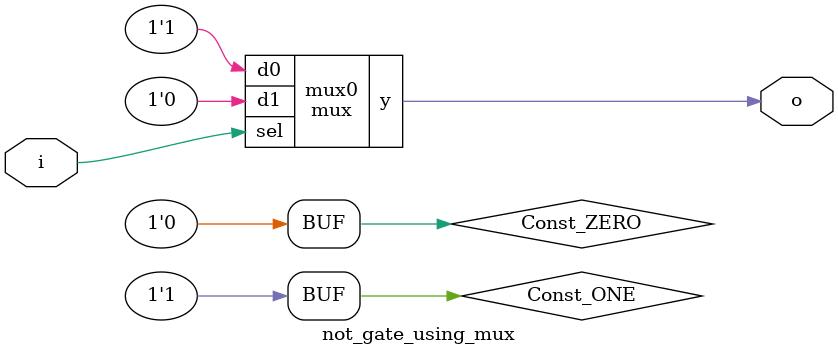
<source format=sv>

module mux
(
  input  d0, d1,
  input  sel,
  output y
);

  assign y = sel ? d1 : d0;

endmodule

//----------------------------------------------------------------------------
// Task
//----------------------------------------------------------------------------

module not_gate_using_mux
(
    input  i,
    output o
);

  // Task:
  // Implement not gate using instance(s) of mux,
  // constants 0 and 1, and wire connections


  wire Const_ZERO = 1'b0;
  wire Const_ONE  = 1'b1;

  mux mux0 ( .d0(Const_ONE), .d1(Const_ZERO), .sel(i), .y(o));
 // mux mux1 = (d0(Const_ZERO), d1(Const_ONE), sel[i], y(0));

endmodule

</source>
